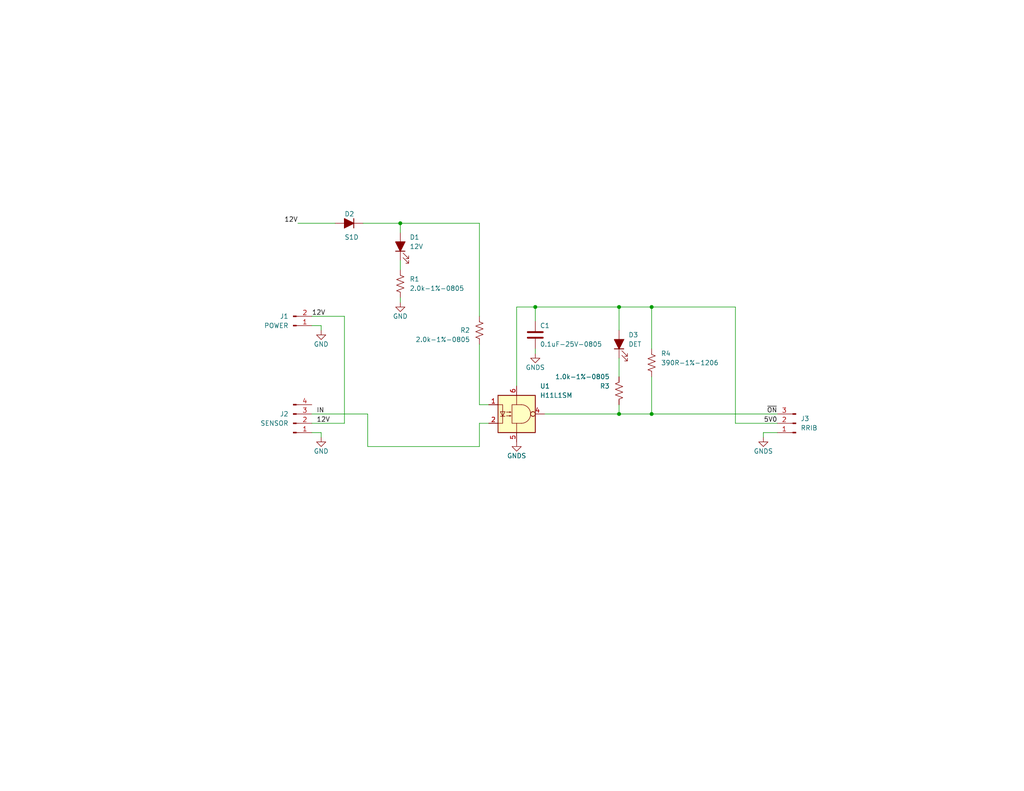
<source format=kicad_sch>
(kicad_sch (version 20230121) (generator eeschema)
  (paper "A")
  (title_block (title "Beam Break Monitor") (date "2022-10-09") (rev "1.0") (company "971 Spartan Robotics"))
  (lib_symbols
    (symbol "Connector:Conn_01x02_Male" (pin_names (offset 1.016) hide)
      (property "Reference" "J" (at 0 2.54 0))
      (property "Value" "Conn_01x02_Male" (at 0 -5.08 0))
      (symbol "Conn_01x02_Male_1_1"
        (polyline (pts (xy 1.27 -2.54) (xy 0.8636 -2.54)) (stroke (width 0.1524)))
        (polyline (pts (xy 1.27 0) (xy 0.8636 0)) (stroke (width 0.1524)))
        (rectangle (start 0.8636 -2.413) (end 0 -2.667) (stroke (width 0.1524)) (fill (type outline)))
        (rectangle (start 0.8636 0.127) (end 0 -0.127) (stroke (width 0.1524)) (fill (type outline)))
        (pin passive line (at 5.08 0 180) (length 3.81) (name "Pin_1") (number "1"))
        (pin passive line (at 5.08 -2.54 180) (length 3.81) (name "Pin_2") (number "2"))
      )
    )
    (symbol "Connector:Conn_01x03_Male" (pin_names (offset 1.016) hide)
      (property "Reference" "J" (at 0 5.08 0))
      (property "Value" "Conn_01x03_Male" (at 0 -5.08 0))
      (symbol "Conn_01x03_Male_1_1"
        (polyline (pts (xy 1.27 -2.54) (xy 0.8636 -2.54)) (stroke (width 0.1524)))
        (polyline (pts (xy 1.27 0) (xy 0.8636 0)) (stroke (width 0.1524)))
        (polyline (pts (xy 1.27 2.54) (xy 0.8636 2.54)) (stroke (width 0.1524)))
        (rectangle (start 0.8636 -2.413) (end 0 -2.667) (stroke (width 0.1524)) (fill (type outline)))
        (rectangle (start 0.8636 0.127) (end 0 -0.127) (stroke (width 0.1524)) (fill (type outline)))
        (rectangle (start 0.8636 2.667) (end 0 2.413) (stroke (width 0.1524)) (fill (type outline)))
        (pin passive line (at 5.08 2.54 180) (length 3.81) (name "Pin_1") (number "1"))
        (pin passive line (at 5.08 0 180) (length 3.81) (name "Pin_2") (number "2"))
        (pin passive line (at 5.08 -2.54 180) (length 3.81) (name "Pin_3") (number "3"))
      )
    )
    (symbol "Connector:Conn_01x04_Male" (pin_names (offset 1.016) hide)
      (property "Reference" "J" (at 0 5.08 0))
      (property "Value" "Conn_01x04_Male" (at 0 -7.62 0))
      (symbol "Conn_01x04_Male_1_1"
        (polyline (pts (xy 1.27 -5.08) (xy 0.8636 -5.08)) (stroke (width 0.1524)))
        (polyline (pts (xy 1.27 -2.54) (xy 0.8636 -2.54)) (stroke (width 0.1524)))
        (polyline (pts (xy 1.27 0) (xy 0.8636 0)) (stroke (width 0.1524)))
        (polyline (pts (xy 1.27 2.54) (xy 0.8636 2.54)) (stroke (width 0.1524)))
        (rectangle (start 0.8636 -4.953) (end 0 -5.207) (stroke (width 0.1524)) (fill (type outline)))
        (rectangle (start 0.8636 -2.413) (end 0 -2.667) (stroke (width 0.1524)) (fill (type outline)))
        (rectangle (start 0.8636 0.127) (end 0 -0.127) (stroke (width 0.1524)) (fill (type outline)))
        (rectangle (start 0.8636 2.667) (end 0 2.413) (stroke (width 0.1524)) (fill (type outline)))
        (pin passive line (at 5.08 2.54 180) (length 3.81) (name "Pin_1") (number "1"))
        (pin passive line (at 5.08 0 180) (length 3.81) (name "Pin_2") (number "2"))
        (pin passive line (at 5.08 -2.54 180) (length 3.81) (name "Pin_3") (number "3"))
        (pin passive line (at 5.08 -5.08 180) (length 3.81) (name "Pin_4") (number "4"))
      )
    )
    (symbol "Device:C" (pin_numbers hide) (pin_names (offset 0.254))
      (property "Reference" "C" (at 0.635 2.54 0))
      (property "Value" "C" (at 0.635 -2.54 0))
      (symbol "C_0_1"
        (polyline (pts (xy -2.032 -0.762) (xy 2.032 -0.762)) (stroke (width 0.508)))
        (polyline (pts (xy -2.032 0.762) (xy 2.032 0.762)) (stroke (width 0.508)))
      )
      (symbol "C_1_1"
        (pin passive line (at 0 3.81 270) (length 2.794) (name "~") (number "1"))
        (pin passive line (at 0 -3.81 90) (length 2.794) (name "~") (number "2"))
      )
    )
    (symbol "Device:D" (pin_numbers hide) (pin_names (offset 1.016) hide)
      (property "Reference" "D?" (at 2.54 1.2701 90))
      (property "Value" "D" (at 2.54 -1.2699 90))
      (symbol "D_0_1"
        (polyline (pts (xy -1.27 1.27) (xy -1.27 -1.27)) (stroke (width 0.254)))
        (polyline (pts (xy 1.27 0) (xy -1.27 0)))
        (polyline (pts (xy 1.27 1.27) (xy 1.27 -1.27) (xy -1.27 0) (xy 1.27 1.27)) (stroke (width 0.254)) (fill (type outline)))
      )
      (symbol "D_1_1"
        (pin passive line (at -3.81 0 0) (length 2.54) (name "K") (number "1"))
        (pin passive line (at 3.81 0 180) (length 2.54) (name "A") (number "2"))
      )
    )
    (symbol "Device:LED" (pin_numbers hide) (pin_names (offset 1.016) hide)
      (property "Reference" "D?" (at 3.81 -0.3174 90))
      (property "Value" "LED" (at 3.81 -2.8574 90))
      (symbol "LED_0_1"
        (polyline (pts (xy -1.27 -1.27) (xy -1.27 1.27)) (stroke (width 0.254)))
        (polyline (pts (xy -1.27 0) (xy 1.27 0)))
        (polyline (pts (xy 1.27 -1.27) (xy 1.27 1.27) (xy -1.27 0) (xy 1.27 -1.27)) (stroke (width 0.254)) (fill (type outline)))
        (polyline (pts (xy -3.048 -0.762) (xy -4.572 -2.286) (xy -3.81 -2.286) (xy -4.572 -2.286) (xy -4.572 -1.524)))
        (polyline (pts (xy -1.778 -0.762) (xy -3.302 -2.286) (xy -2.54 -2.286) (xy -3.302 -2.286) (xy -3.302 -1.524)))
      )
      (symbol "LED_1_1"
        (pin passive line (at -3.81 0 0) (length 2.54) (name "K") (number "1"))
        (pin passive line (at 3.81 0 180) (length 2.54) (name "A") (number "2"))
      )
    )
    (symbol "Device:R_US" (pin_numbers hide) (pin_names (offset 0))
      (property "Reference" "R" (at 2.54 0 90))
      (property "Value" "R_US" (at -2.54 0 90))
      (symbol "R_US_0_1"
        (polyline (pts (xy 0 -2.286) (xy 0 -2.54)))
        (polyline (pts (xy 0 2.286) (xy 0 2.54)))
        (polyline (pts (xy 0 -0.762) (xy 1.016 -1.143) (xy 0 -1.524) (xy -1.016 -1.905) (xy 0 -2.286)))
        (polyline (pts (xy 0 0.762) (xy 1.016 0.381) (xy 0 0) (xy -1.016 -0.381) (xy 0 -0.762)))
        (polyline (pts (xy 0 2.286) (xy 1.016 1.905) (xy 0 1.524) (xy -1.016 1.143) (xy 0 0.762)))
      )
      (symbol "R_US_1_1"
        (pin passive line (at 0 3.81 270) (length 1.27) (name "~") (number "1"))
        (pin passive line (at 0 -3.81 90) (length 1.27) (name "~") (number "2"))
      )
    )
    (symbol "Isolator:H11L1" (pin_names (offset 1.016))
      (property "Reference" "U" (at 1.27 8.89 0))
      (property "Value" "H11L1" (at 1.27 6.35 0))
      (symbol "H11L1_0_1"
        (rectangle (start -5.08 5.08) (end 5.08 -5.08) (stroke (width 0.254)) (fill (type background)))
        (polyline (pts (xy -4.445 -0.635) (xy -3.175 -0.635)))
        (polyline (pts (xy 0 2.54) (xy 0 5.08)))
        (polyline (pts (xy 0 -2.54) (xy 0 -5.08) (xy 0 -3.81)))
        (polyline (pts (xy -5.08 -2.54) (xy -3.81 -2.54) (xy -3.81 2.54) (xy -5.08 2.54)))
        (polyline (pts (xy -3.81 -0.635) (xy -4.445 0.635) (xy -3.175 0.635) (xy -3.81 -0.635)))
        (polyline (pts (xy 1.27 -2.54) (xy -1.27 -2.54) (xy -1.27 2.54) (xy 1.27 2.54)))
        (polyline (pts (xy -2.794 -0.508) (xy -1.524 -0.508) (xy -1.905 -0.635) (xy -1.905 -0.381) (xy -1.524 -0.508)))
        (polyline (pts (xy -2.794 0.508) (xy -1.524 0.508) (xy -1.905 0.381) (xy -1.905 0.635) (xy -1.524 0.508)))
        (arc (start 1.27 -2.54) (mid 3.799 0) (end 1.27 2.54))
      )
      (symbol "H11L1_1_1"
        (pin passive line (at -7.62 2.54 0) (length 2.54) (name "~") (number "1"))
        (pin passive line (at -7.62 -2.54 0) (length 2.54) (name "~") (number "2"))
        (pin no_connect line (at -5.08 0 0) (length 2.54) hide (name "~") (number "3"))
        (pin output inverted (at 7.62 0 180) (length 3.81) (name "~") (number "4"))
        (pin power_in line (at 0 -7.62 90) (length 2.54) (name "~") (number "5"))
        (pin power_in line (at 0 7.62 270) (length 2.54) (name "~") (number "6"))
      )
    )
    (symbol "power:GND" (power) (pin_names (offset 0))
      (property "Value" "GND" (at 0 -3.81 0))
      (symbol "GND_0_1"
        (polyline (pts (xy 0 0) (xy 0 -1.27) (xy 1.27 -1.27) (xy 0 -2.54) (xy -1.27 -1.27) (xy 0 -1.27)))
      )
      (symbol "GND_1_1"
        (pin power_in line (at 0 0 270) (length 0) hide (name "GND") (number "1"))
      )
    )
    (symbol "power:GNDS" (power) (pin_names (offset 0))
      (property "Value" "GNDS" (at 0 -3.81 0))
      (symbol "GNDS_0_1"
        (polyline (pts (xy 0 0) (xy 0 -1.27) (xy 1.27 -1.27) (xy 0 -2.54) (xy -1.27 -1.27) (xy 0 -1.27)))
      )
      (symbol "GNDS_1_1"
        (pin power_in line (at 0 0 270) (length 0) hide (name "GNDS") (number "1"))
      )
    )
  )
  (junction (at 177.8 83.82))
  (junction (at 109.22 60.96))
  (junction (at 177.8 113.03))
  (junction (at 168.91 83.82))
  (junction (at 168.91 113.03))
  (junction (at 146.05 83.82))
  (wire (pts (xy 168.91 83.82) (xy 168.91 90.17)))
  (wire (pts (xy 168.91 83.82) (xy 177.8 83.82)))
  (wire (pts (xy 208.28 118.11) (xy 212.09 118.11)))
  (wire (pts (xy 81.28 60.96) (xy 91.44 60.96)))
  (wire (pts (xy 140.97 83.82) (xy 140.97 105.41)))
  (wire (pts (xy 148.59 113.03) (xy 168.91 113.03)))
  (wire (pts (xy 87.63 88.9) (xy 85.09 88.9)))
  (wire (pts (xy 87.63 90.17) (xy 87.63 88.9)))
  (wire (pts (xy 133.35 115.57) (xy 130.81 115.57)))
  (wire (pts (xy 130.81 60.96) (xy 109.22 60.96)))
  (wire (pts (xy 146.05 96.52) (xy 146.05 95.25)))
  (wire (pts (xy 146.05 83.82) (xy 168.91 83.82)))
  (wire (pts (xy 130.81 110.49) (xy 133.35 110.49)))
  (wire (pts (xy 87.63 118.11) (xy 87.63 119.38)))
  (wire (pts (xy 109.22 81.28) (xy 109.22 82.55)))
  (wire (pts (xy 85.09 118.11) (xy 87.63 118.11)))
  (wire (pts (xy 109.22 71.12) (xy 109.22 73.66)))
  (wire (pts (xy 85.09 86.36) (xy 93.98 86.36)))
  (wire (pts (xy 168.91 97.79) (xy 168.91 102.87)))
  (wire (pts (xy 200.66 83.82) (xy 177.8 83.82)))
  (wire (pts (xy 177.8 83.82) (xy 177.8 95.25)))
  (wire (pts (xy 146.05 87.63) (xy 146.05 83.82)))
  (wire (pts (xy 130.81 121.92) (xy 100.33 121.92)))
  (wire (pts (xy 200.66 115.57) (xy 212.09 115.57)))
  (wire (pts (xy 140.97 83.82) (xy 146.05 83.82)))
  (wire (pts (xy 177.8 113.03) (xy 212.09 113.03)))
  (wire (pts (xy 99.06 60.96) (xy 109.22 60.96)))
  (wire (pts (xy 200.66 115.57) (xy 200.66 83.82)))
  (wire (pts (xy 130.81 93.98) (xy 130.81 110.49)))
  (wire (pts (xy 208.28 119.38) (xy 208.28 118.11)))
  (wire (pts (xy 130.81 60.96) (xy 130.81 86.36)))
  (wire (pts (xy 109.22 63.5) (xy 109.22 60.96)))
  (wire (pts (xy 130.81 115.57) (xy 130.81 121.92)))
  (wire (pts (xy 168.91 110.49) (xy 168.91 113.03)))
  (wire (pts (xy 93.98 115.57) (xy 93.98 86.36)))
  (wire (pts (xy 85.09 113.03) (xy 100.33 113.03)))
  (wire (pts (xy 177.8 102.87) (xy 177.8 113.03)))
  (wire (pts (xy 100.33 121.92) (xy 100.33 113.03)))
  (wire (pts (xy 85.09 115.57) (xy 93.98 115.57)))
  (wire (pts (xy 168.91 113.03) (xy 177.8 113.03)))
  (label "~{ON}" (at 212.09 113.03 180))
  (label "12V" (at 86.36 115.57 0))
  (label "5V0" (at 212.09 115.57 180))
  (label "12V" (at 81.28 60.96 180))
  (label "IN" (at 86.36 113.03 0))
  (label "12V" (at 85.09 86.36 0))
  (symbol (lib_id "Connector:Conn_01x04_Male") (at 80.01 115.57 0) (mirror x) (unit 1)
    (property "Reference" "J2" (at 78.74 113.0299 0) (effects (justify right)))
    (property "Value" "SENSOR" (at 78.74 115.5699 0) (effects (justify right)))
    (property "Footprint" "beambreak:Molex-705550003" (effects hide))
    (property "MFG" "Molex" (effects hide))
    (property "MFG P/N" "705550003" (effects hide))
    (property "DIST" "Digikey" (effects hide))
    (property "DIST P/N" "WM4166-ND" (effects hide))
  )
  (symbol (lib_id "Device:R_US") (at 109.22 77.47 180) (unit 1)
    (property "Reference" "R1" (at 111.76 76.2 0) (effects (justify right)))
    (property "Value" "2.0k-1%-0805" (at 111.76 78.74 0) (effects (justify right)))
    (property "Footprint" "Resistor_SMD:R_0805_2012Metric" (effects hide))
    (property "MFG" "Stackpole Electronics" (effects hide))
    (property "MFG P/N" "RNCP0805FTD2K00" (effects hide))
    (property "DIST" "Digikey" (effects hide))
    (property "DIST P/N" "RNCP0805FTD2K00CT-ND" (effects hide))
  )
  (symbol (lib_id "Device:LED") (at 109.22 67.31 90) (unit 1)
    (property "Reference" "D1" (at 111.76 64.77 90) (effects (justify right)))
    (property "Value" "12V" (at 111.76 67.31 90) (effects (justify right)))
    (property "Footprint" "LED_SMD:LED_1206_3216Metric" (effects hide))
    (property "MFG" "Bivar Inc." (effects hide))
    (property "MFG P/N" "SM1206NPGC-IL" (effects hide))
    (property "DIST" "Digikey" (effects hide))
    (property "DIST P/N" "492-1945-1-ND" (effects hide))
  )
  (symbol (lib_id "Connector:Conn_01x02_Male") (at 80.01 88.9 0) (mirror x) (unit 1)
    (property "Reference" "J1" (at 78.74 86.3599 0) (effects (justify right)))
    (property "Value" "POWER" (at 78.74 88.8999 0) (effects (justify right)))
    (property "Footprint" "beambreak:Molex-705550001" (effects hide))
    (property "MFG" "Molex" (effects hide))
    (property "MFG P/N" "705550001" (effects hide))
    (property "DIST" "Digikey" (effects hide))
    (property "DIST P/N" "WM4164-ND" (effects hide))
  )
  (symbol (lib_id "power:GND") (at 87.63 119.38 0) (unit 1)
    (property "Reference" "#PWR02" (effects hide))
    (property "Value" "GND" (at 87.63 123.19 0))
  )
  (symbol (lib_id "Device:D") (at 95.25 60.96 180) (unit 1)
    (property "Reference" "D2" (at 93.98 58.42 0) (effects (justify right)))
    (property "Value" "S1D" (at 93.98 64.77 0) (effects (justify right)))
    (property "Footprint" "Diode_SMD:D_SMA" (effects hide))
    (property "MFG" "Diodes Inc" (effects hide))
    (property "MFG P/N" "S1D-13-F" (effects hide))
    (property "DIST" "Digikey" (effects hide))
    (property "DIST P/N" "S1D-FDICT-ND" (effects hide))
  )
  (symbol (lib_id "power:GND") (at 87.63 90.17 0) (unit 1)
    (property "Reference" "#PWR01" (effects hide))
    (property "Value" "GND" (at 87.63 93.98 0))
  )
  (symbol (lib_id "Device:R_US") (at 168.91 106.68 0) (mirror x) (unit 1)
    (property "Reference" "R3" (at 166.37 105.41 0) (effects (justify right)))
    (property "Value" "1.0k-1%-0805" (at 166.37 102.87 0) (effects (justify right)))
    (property "Footprint" "Resistor_SMD:R_0805_2012Metric" (effects hide))
    (property "MFG" "Stackpole Electronics" (effects hide))
    (property "MFG P/N" "RNCP0805FTD1K00" (effects hide))
    (property "DIST" "Digikey" (effects hide))
    (property "DIST P/N" "RNCP0805FTD1K00CT-ND" (effects hide))
  )
  (symbol (lib_id "power:GND") (at 109.22 82.55 0) (unit 1)
    (property "Reference" "#PWR03" (effects hide))
    (property "Value" "GND" (at 109.22 86.36 0))
  )
  (symbol (lib_id "power:GNDS") (at 146.05 96.52 0) (unit 1)
    (property "Reference" "#PWR05" (effects hide))
    (property "Value" "GNDS" (at 146.05 100.33 0))
  )
  (symbol (lib_id "Connector:Conn_01x03_Male") (at 217.17 115.57 180) (unit 1)
    (property "Reference" "J3" (at 218.44 114.2999 0) (effects (justify right)))
    (property "Value" "RRIB" (at 218.44 116.8399 0) (effects (justify right)))
    (property "Footprint" "beambreak:Molex-705550002" (effects hide))
    (property "MFG" "Molex" (effects hide))
    (property "MFG P/N" "705550002" (effects hide))
    (property "DIST" "Digikey" (effects hide))
    (property "DIST P/N" "WM4165-ND" (effects hide))
  )
  (symbol (lib_id "Device:LED") (at 168.91 93.98 90) (unit 1)
    (property "Reference" "D3" (at 171.45 91.44 90) (effects (justify right)))
    (property "Value" "DET" (at 171.45 93.98 90) (effects (justify right)))
    (property "Footprint" "LED_SMD:LED_1206_3216Metric" (effects hide))
    (property "DIST" "Digikey" (effects hide))
    (property "DIST P/N" "492-1945-1-ND" (effects hide))
    (property "MFG" "Bivar Inc." (effects hide))
    (property "MFG P/N" "SM1206NPGC-IL" (effects hide))
  )
  (symbol (lib_id "Isolator:H11L1") (at 140.97 113.03 0) (unit 1)
    (property "Reference" "U1" (at 147.32 105.41 0) (effects (justify left)))
    (property "Value" "H11L1SM" (at 147.32 107.95 0) (effects (justify left)))
    (property "Footprint" "Package_DIP:SMDIP-6_W9.53mm" (effects hide))
    (property "Datasheet" "https://www.onsemi.com/pub/Collateral/H11L3M-D.PDF" (effects hide))
    (property "MFG P/N" "H11L1SM" (effects hide))
    (property "MFG" "onsemi" (effects hide))
    (property "DIST" "Digikey" (effects hide))
    (property "DIST P/N" "H11L1SM-ND" (effects hide))
  )
  (symbol (lib_id "Device:C") (at 146.05 91.44 0) (unit 1)
    (property "Reference" "C1" (at 147.32 88.9 0) (effects (justify left)))
    (property "Value" "0.1uF-25V-0805" (at 147.32 93.98 0) (effects (justify left)))
    (property "Footprint" "Capacitor_SMD:C_0805_2012Metric" (effects hide))
    (property "DIST" "Digikey" (effects hide))
    (property "DIST P/N" "478-KGM21NR71E104KTCT-ND" (effects hide))
    (property "MFG" "KYOCERA AVX" (effects hide))
    (property "MFG P/N" "KGM21NR71E104KT" (effects hide))
  )
  (symbol (lib_id "power:GNDS") (at 140.97 120.65 0) (unit 1)
    (property "Reference" "#PWR04" (effects hide))
    (property "Value" "GNDS" (at 140.97 124.46 0))
  )
  (symbol (lib_id "Device:R_US") (at 177.8 99.06 180) (unit 1)
    (property "Reference" "R4" (at 180.34 96.52 0) (effects (justify right)))
    (property "Value" "390R-1%-1206" (at 180.34 99.06 0) (effects (justify right)))
    (property "Footprint" "Resistor_SMD:R_1206_3216Metric" (effects hide))
    (property "MFG" "Stackpole Electronics" (effects hide))
    (property "MFG P/N" "RMCF1206FT390R" (effects hide))
    (property "DIST" "Digikey" (effects hide))
    (property "DIST P/N" "RMCF1206FT390RCT-ND" (effects hide))
  )
  (symbol (lib_id "Device:R_US") (at 130.81 90.17 0) (unit 1)
    (property "Reference" "R2" (at 128.27 90.17 0) (effects (justify right)))
    (property "Value" "2.0k-1%-0805" (at 128.27 92.71 0) (effects (justify right)))
    (property "Footprint" "Resistor_SMD:R_0805_2012Metric" (effects hide))
    (property "DIST" "Digikey" (effects hide))
    (property "DIST P/N" "RNCP0805FTD2K00CT-ND" (effects hide))
    (property "MFG" "Stackpole Electronics" (effects hide))
    (property "MFG P/N" "RNCP0805FTD2K00" (effects hide))
  )
  (symbol (lib_id "power:GNDS") (at 208.28 119.38 0) (unit 1)
    (property "Reference" "#PWR06" (effects hide))
    (property "Value" "GNDS" (at 208.28 123.19 0))
  )
)
</source>
